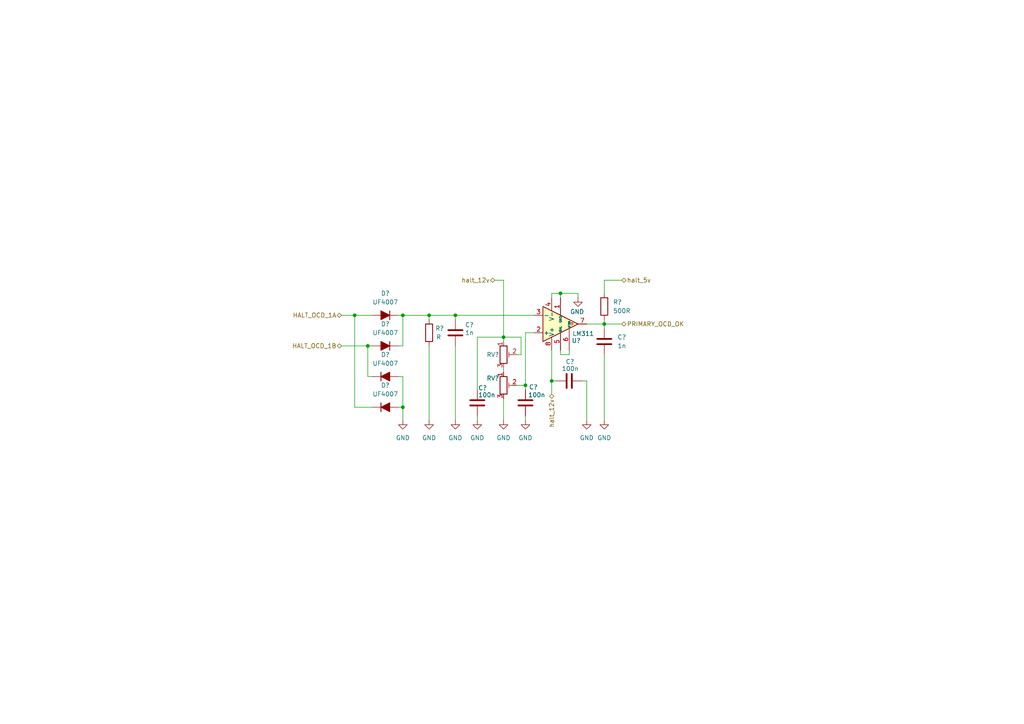
<source format=kicad_sch>
(kicad_sch (version 20250114) (generator "eeschema") (generator_version "9.0")
  (paper "A4")
  (title_block (rev "1.0") (company "Author: 9551 (devvie.cc)"))
  (lib_symbols
    (symbol "Comparator:LM311" (pin_names (offset 0.127))
      (property "Reference" "U" (at 3.81 6.35 0))
      (property "Value" "LM311" (at 3.81 3.81 0))
      (symbol "LM311_0_1"
        (polyline (pts (xy 3.683 -0.381) (xy 3.302 -0.381) (xy 3.683 0) (xy 3.302 0.381) (xy 2.921 0) (xy 3.302 -0.381) (xy 2.921 -0.381)) (stroke (width 0.127)))
        (polyline (pts (xy 5.08 0) (xy -5.08 5.08) (xy -5.08 -5.08) (xy 5.08 0)) (stroke (width 0.254)) (fill (type background)))
      )
      (symbol "LM311_1_1"
        (pin input line (at -7.62 2.54 0) (length 2.54) (name "+") (number "2"))
        (pin input line (at -7.62 -2.54 0) (length 2.54) (name "-") (number "3"))
        (pin power_in line (at -2.54 7.62 270) (length 3.81) (name "V+") (number "8"))
        (pin power_in line (at -2.54 -7.62 90) (length 3.81) (name "V-") (number "4"))
        (pin input line (at 0 7.62 270) (length 5.08) (name "BAL") (number "5"))
        (pin passive line (at 0 -7.62 90) (length 5.08) (name "GND") (number "1"))
        (pin input line (at 2.54 7.62 270) (length 6.35) (name "STRB") (number "6"))
        (pin open_collector line (at 7.62 0 180) (length 2.54) (name "~") (number "7"))
      )
    )
    (symbol "Device:C" (pin_numbers (hide yes)) (pin_names (offset 0.254))
      (property "Reference" "C" (at 0.635 2.54 0))
      (property "Value" "C" (at 0.635 -2.54 0))
      (symbol "C_0_1"
        (polyline (pts (xy -2.032 0.762) (xy 2.032 0.762)) (stroke (width 0.508)))
        (polyline (pts (xy -2.032 -0.762) (xy 2.032 -0.762)) (stroke (width 0.508)))
      )
      (symbol "C_1_1"
        (pin passive line (at 0 3.81 270) (length 2.794) (name "~") (number "1"))
        (pin passive line (at 0 -3.81 90) (length 2.794) (name "~") (number "2"))
      )
    )
    (symbol "Device:R" (pin_numbers (hide yes)) (pin_names (offset 0))
      (property "Reference" "R" (at 2.032 0 90))
      (property "Value" "R" (at 0 0 90))
      (symbol "R_0_1"
        (rectangle (start -1.016 -2.54) (end 1.016 2.54) (stroke (width 0.254)))
      )
      (symbol "R_1_1"
        (pin passive line (at 0 3.81 270) (length 1.27) (name "~") (number "1"))
        (pin passive line (at 0 -3.81 90) (length 1.27) (name "~") (number "2"))
      )
    )
    (symbol "Device:R_Potentiometer_Trim" (pin_names (offset 1.016) (hide yes))
      (property "Reference" "RV" (at -4.445 0 90))
      (property "Value" "R_Potentiometer_Trim" (at -2.54 0 90))
      (symbol "R_Potentiometer_Trim_0_1"
        (rectangle (start 1.016 2.54) (end -1.016 -2.54) (stroke (width 0.254)))
        (polyline (pts (xy 1.524 0.762) (xy 1.524 -0.762)))
        (polyline (pts (xy 2.54 0) (xy 1.524 0)))
      )
      (symbol "R_Potentiometer_Trim_1_1"
        (pin passive line (at 0 3.81 270) (length 1.27) (name "1") (number "1"))
        (pin passive line (at 0 -3.81 90) (length 1.27) (name "3") (number "3"))
        (pin passive line (at 3.81 0 180) (length 1.27) (name "2") (number "2"))
      )
    )
    (symbol "PCM_Diode_AKL:UF4007" (pin_numbers (hide yes)) (pin_names (offset 1.016) (hide yes))
      (property "Reference" "D" (at 0 5.08 0))
      (property "Value" "UF4007" (at 0 2.54 0))
      (symbol "UF4007_0_1"
        (polyline (pts (xy -1.27 1.27) (xy -1.27 -1.27) (xy 1.27 0) (xy -1.27 1.27)) (stroke (width 0.254)) (fill (type outline)))
        (polyline (pts (xy -1.27 0) (xy 1.27 0)))
        (polyline (pts (xy 1.27 1.27) (xy 1.27 -1.27)) (stroke (width 0.254)))
      )
      (symbol "UF4007_0_2"
        (polyline (pts (xy -2.54 -2.54) (xy 2.54 2.54)))
        (polyline (pts (xy -0.889 -0.889) (xy -1.778 0) (xy 0.889 0.889) (xy 0 -1.778) (xy -0.889 -0.889)) (stroke (width 0.254)) (fill (type outline)))
        (polyline (pts (xy 0 1.778) (xy 1.778 0)) (stroke (width 0.254)))
      )
      (symbol "UF4007_1_1"
        (pin passive line (at -3.81 0 0) (length 2.54) (name "A") (number "2"))
        (pin passive line (at 3.81 0 180) (length 2.54) (name "K") (number "1"))
      )
      (symbol "UF4007_1_2"
        (pin passive line (at -2.54 -2.54 0) (length 0) (name "A") (number "2"))
        (pin passive line (at 2.54 2.54 180) (length 0) (name "K") (number "1"))
      )
    )
    (symbol "power:GND" (power) (pin_numbers (hide yes)) (pin_names (offset 0) (hide yes))
      (property "Value" "GND" (at 0 -3.81 0))
      (symbol "GND_0_1"
        (polyline (pts (xy 0 0) (xy 0 -1.27) (xy 1.27 -1.27) (xy 0 -2.54) (xy -1.27 -1.27) (xy 0 -1.27)))
      )
      (symbol "GND_1_1"
        (pin power_in line (at 0 0 270) (length 0) (name "~") (number "1"))
      )
    )
  )
  (junction (at 106.68 100.33))
  (junction (at 102.87 91.44))
  (junction (at 160.02 110.49))
  (junction (at 152.4 111.76))
  (junction (at 162.56 85.09))
  (junction (at 132.08 91.44))
  (junction (at 175.26 93.98))
  (junction (at 116.84 91.44))
  (junction (at 146.05 97.79))
  (junction (at 124.46 91.44))
  (junction (at 116.84 118.11))
  (wire (pts (xy 152.4 120.65) (xy 152.4 121.92)))
  (wire (pts (xy 160.02 85.09) (xy 162.56 85.09)))
  (wire (pts (xy 132.08 100.33) (xy 132.08 121.92)))
  (wire (pts (xy 116.84 109.22) (xy 116.84 118.11)))
  (wire (pts (xy 180.34 81.28) (xy 175.26 81.28)))
  (wire (pts (xy 116.84 118.11) (xy 116.84 121.92)))
  (wire (pts (xy 162.56 102.87) (xy 165.1 102.87)))
  (wire (pts (xy 146.05 97.79) (xy 151.13 97.79)))
  (wire (pts (xy 115.57 118.11) (xy 116.84 118.11)))
  (wire (pts (xy 175.26 92.71) (xy 175.26 93.98)))
  (wire (pts (xy 124.46 100.33) (xy 124.46 121.92)))
  (wire (pts (xy 170.18 93.98) (xy 175.26 93.98)))
  (wire (pts (xy 167.64 86.36) (xy 167.64 85.09)))
  (wire (pts (xy 146.05 97.79) (xy 146.05 99.06)))
  (wire (pts (xy 160.02 101.6) (xy 160.02 110.49)))
  (wire (pts (xy 175.26 81.28) (xy 175.26 85.09)))
  (wire (pts (xy 132.08 91.44) (xy 154.94 91.44)))
  (wire (pts (xy 162.56 102.87) (xy 162.56 101.6)))
  (wire (pts (xy 170.18 110.49) (xy 168.91 110.49)))
  (wire (pts (xy 151.13 102.87) (xy 149.86 102.87)))
  (wire (pts (xy 132.08 91.44) (xy 132.08 92.71)))
  (wire (pts (xy 102.87 118.11) (xy 107.95 118.11)))
  (wire (pts (xy 138.43 120.65) (xy 138.43 121.92)))
  (wire (pts (xy 160.02 110.49) (xy 160.02 114.3)))
  (wire (pts (xy 170.18 121.92) (xy 170.18 110.49)))
  (wire (pts (xy 106.68 100.33) (xy 107.95 100.33)))
  (wire (pts (xy 175.26 102.87) (xy 175.26 121.92)))
  (wire (pts (xy 165.1 102.87) (xy 165.1 101.6)))
  (wire (pts (xy 124.46 91.44) (xy 132.08 91.44)))
  (wire (pts (xy 138.43 97.79) (xy 146.05 97.79)))
  (wire (pts (xy 116.84 91.44) (xy 115.57 91.44)))
  (wire (pts (xy 115.57 100.33) (xy 116.84 100.33)))
  (wire (pts (xy 115.57 109.22) (xy 116.84 109.22)))
  (wire (pts (xy 102.87 91.44) (xy 107.95 91.44)))
  (wire (pts (xy 152.4 96.52) (xy 154.94 96.52)))
  (wire (pts (xy 175.26 93.98) (xy 175.26 95.25)))
  (wire (pts (xy 162.56 85.09) (xy 167.64 85.09)))
  (wire (pts (xy 99.06 91.44) (xy 102.87 91.44)))
  (wire (pts (xy 149.86 111.76) (xy 152.4 111.76)))
  (wire (pts (xy 161.29 110.49) (xy 160.02 110.49)))
  (wire (pts (xy 160.02 86.36) (xy 160.02 85.09)))
  (wire (pts (xy 146.05 106.68) (xy 146.05 107.95)))
  (wire (pts (xy 106.68 100.33) (xy 106.68 109.22)))
  (wire (pts (xy 106.68 109.22) (xy 107.95 109.22)))
  (wire (pts (xy 143.51 81.28) (xy 146.05 81.28)))
  (wire (pts (xy 152.4 111.76) (xy 152.4 96.52)))
  (wire (pts (xy 151.13 97.79) (xy 151.13 102.87)))
  (wire (pts (xy 175.26 93.98) (xy 180.34 93.98)))
  (wire (pts (xy 116.84 100.33) (xy 116.84 91.44)))
  (wire (pts (xy 138.43 113.03) (xy 138.43 97.79)))
  (wire (pts (xy 162.56 85.09) (xy 162.56 86.36)))
  (wire (pts (xy 116.84 91.44) (xy 124.46 91.44)))
  (wire (pts (xy 152.4 111.76) (xy 152.4 113.03)))
  (wire (pts (xy 102.87 91.44) (xy 102.87 118.11)))
  (wire (pts (xy 146.05 115.57) (xy 146.05 121.92)))
  (wire (pts (xy 124.46 91.44) (xy 124.46 92.71)))
  (wire (pts (xy 99.06 100.33) (xy 106.68 100.33)))
  (wire (pts (xy 146.05 81.28) (xy 146.05 97.79)))
  (hierarchical_label "HALT_OCD_1B" (shape bidirectional) (at 99.06 100.33 180))
  (hierarchical_label "HALT_OCD_1A" (shape bidirectional) (at 99.06 91.44 180))
  (hierarchical_label "PRIMARY_OCD_OK" (shape bidirectional) (at 180.34 93.98 0))
  (hierarchical_label "halt_5v" (shape bidirectional) (at 180.34 81.28 0))
  (hierarchical_label "halt_12v" (shape bidirectional) (at 160.02 114.3 270))
  (hierarchical_label "halt_12v" (shape bidirectional) (at 143.51 81.28 180))
  (symbol (lib_id "Device:R_Potentiometer_Trim") (at 146.05 111.76 0) (unit 1)
    (property "Reference" "RV2" (at 144.78 109.728 0) (effects (justify right)))
    (property "Value" "R_Potentiometer_Trim" (effects (hide yes)))
    (property "Description" "Trim-potentiometer" (effects (hide yes)))
    (instances (project "base" (path "" (reference "RV?") (unit 1))) (project "hardware" (path "" (reference "RV2") (unit 1))))
  )
  (symbol (lib_id "Device:R") (at 175.26 88.9 0) (unit 1)
    (property "Reference" "R3" (at 177.8 87.6299 0) (effects (justify left)))
    (property "Value" "500R" (at 177.8 90.1699 0) (effects (justify left)))
    (property "Description" "Resistor" (effects (hide yes)))
    (instances (project "base" (path "" (reference "R?") (unit 1))) (project "hardware" (path "" (reference "R3") (unit 1))))
  )
  (symbol (lib_id "Device:C") (at 165.1 110.49 90) (unit 1)
    (property "Reference" "C11" (at 166.624 104.902 90) (effects (justify left)))
    (property "Value" "100n" (at 167.894 106.934 90) (effects (justify left)))
    (property "Description" "Unpolarized capacitor" (effects (hide yes)))
    (instances (project "base" (path "" (reference "C?") (unit 1))) (project "hardware" (path "" (reference "C11") (unit 1))))
  )
  (symbol (lib_id "power:GND") (at 138.43 121.92 0) (unit 1)
    (property "Reference" "#PWR011" (effects (hide yes)))
    (property "Value" "GND" (at 138.43 127 0))
    (property "Description" "Power symbol creates a global label with name \"GND\" , ground" (effects (hide yes)))
    (instances (project "base" (path "" (reference "#PWR?") (unit 1))) (project "hardware" (path "" (reference "#PWR011") (unit 1))))
  )
  (symbol (lib_id "power:GND") (at 116.84 121.92 0) (unit 1)
    (property "Reference" "#PWR08" (effects (hide yes)))
    (property "Value" "GND" (at 116.84 127 0))
    (property "Description" "Power symbol creates a global label with name \"GND\" , ground" (effects (hide yes)))
    (instances (project "base" (path "" (reference "#PWR?") (unit 1))) (project "hardware" (path "" (reference "#PWR08") (unit 1))))
  )
  (symbol (lib_id "Device:R_Potentiometer_Trim") (at 146.05 102.87 0) (unit 1)
    (property "Reference" "RV1" (at 144.78 102.87 0) (effects (justify right)))
    (property "Value" "R_Potentiometer_Trim" (effects (hide yes)))
    (property "Description" "Trim-potentiometer" (effects (hide yes)))
    (instances (project "base" (path "" (reference "RV?") (unit 1))) (project "hardware" (path "" (reference "RV1") (unit 1))))
  )
  (symbol (lib_id "power:GND") (at 146.05 121.92 0) (unit 1)
    (property "Reference" "#PWR012" (effects (hide yes)))
    (property "Value" "GND" (at 146.05 127 0))
    (property "Description" "Power symbol creates a global label with name \"GND\" , ground" (effects (hide yes)))
    (instances (project "base" (path "" (reference "#PWR?") (unit 1))) (project "hardware" (path "" (reference "#PWR012") (unit 1))))
  )
  (symbol (lib_id "Device:C") (at 152.4 116.84 0) (unit 1)
    (property "Reference" "C10" (at 153.416 112.268 0) (effects (justify left)))
    (property "Value" "100n" (at 153.162 114.554 0) (effects (justify left)))
    (property "Description" "Unpolarized capacitor" (effects (hide yes)))
    (instances (project "base" (path "" (reference "C?") (unit 1))) (project "hardware" (path "" (reference "C10") (unit 1))))
  )
  (symbol (lib_id "PCM_Diode_AKL:UF4007") (at 111.76 109.22 180) (unit 1)
    (property "Reference" "D4" (at 111.76 102.87 0))
    (property "Value" "UF4007" (at 111.76 105.41 0))
    (property "Footprint" "PCM_Diode_THT_AKL:D_DO-41_SOD81_P10.16mm_Horizontal" (effects (hide yes)))
    (property "Datasheet" "https://www.tme.eu/Document/21b076f52097b84d01d00a07072ed50d/uf4001.pdf" (effects (hide yes)))
    (property "Description" "DO-41 Diode, Ultrafast Rectifier, 1000V, 1A, 75ns, Alternate KiCad Library" (effects (hide yes)))
    (instances (project "base" (path "" (reference "D?") (unit 1))) (project "hardware" (path "" (reference "D4") (unit 1))))
  )
  (symbol (lib_id "Device:C") (at 132.08 96.52 0) (unit 1)
    (property "Reference" "C8" (at 134.874 94.234 0) (effects (justify left)))
    (property "Value" "1n" (at 134.874 96.52 0) (effects (justify left)))
    (property "Description" "Unpolarized capacitor" (effects (hide yes)))
    (instances (project "base" (path "" (reference "C?") (unit 1))) (project "hardware" (path "" (reference "C8") (unit 1))))
  )
  (symbol (lib_id "Device:C") (at 175.26 99.06 0) (unit 1)
    (property "Reference" "C12" (at 179.07 97.7899 0) (effects (justify left)))
    (property "Value" "1n" (at 179.07 100.3299 0) (effects (justify left)))
    (property "Description" "Unpolarized capacitor" (effects (hide yes)))
    (instances (project "base" (path "" (reference "C?") (unit 1))) (project "hardware" (path "" (reference "C12") (unit 1))))
  )
  (symbol (lib_id "PCM_Diode_AKL:UF4007") (at 111.76 91.44 0) (unit 1)
    (property "Reference" "D2" (at 111.76 85.09 0))
    (property "Value" "UF4007" (at 111.76 87.63 0))
    (property "Footprint" "PCM_Diode_THT_AKL:D_DO-41_SOD81_P10.16mm_Horizontal" (effects (hide yes)))
    (property "Datasheet" "https://www.tme.eu/Document/21b076f52097b84d01d00a07072ed50d/uf4001.pdf" (effects (hide yes)))
    (property "Description" "DO-41 Diode, Ultrafast Rectifier, 1000V, 1A, 75ns, Alternate KiCad Library" (effects (hide yes)))
    (instances (project "base" (path "" (reference "D?") (unit 1))) (project "hardware" (path "" (reference "D2") (unit 1))))
  )
  (symbol (lib_id "Device:C") (at 138.43 116.84 0) (unit 1)
    (property "Reference" "C9" (at 138.684 112.522 0) (effects (justify left)))
    (property "Value" "100n" (at 138.684 114.554 0) (effects (justify left)))
    (property "Description" "Unpolarized capacitor" (effects (hide yes)))
    (instances (project "base" (path "" (reference "C?") (unit 1))) (project "hardware" (path "" (reference "C9") (unit 1))))
  )
  (symbol (lib_id "Device:R") (at 124.46 96.52 0) (unit 1)
    (property "Reference" "R2" (at 126.238 95.25 0) (effects (justify left)))
    (property "Value" "R" (at 126.492 97.79 0) (effects (justify left)))
    (property "Description" "Resistor" (effects (hide yes)))
    (instances (project "base" (path "" (reference "R?") (unit 1))) (project "hardware" (path "" (reference "R2") (unit 1))))
  )
  (symbol (lib_id "PCM_Diode_AKL:UF4007") (at 111.76 118.11 180) (unit 1)
    (property "Reference" "D5" (at 111.76 111.76 0))
    (property "Value" "UF4007" (at 111.76 114.3 0))
    (property "Footprint" "PCM_Diode_THT_AKL:D_DO-41_SOD81_P10.16mm_Horizontal" (effects (hide yes)))
    (property "Datasheet" "https://www.tme.eu/Document/21b076f52097b84d01d00a07072ed50d/uf4001.pdf" (effects (hide yes)))
    (property "Description" "DO-41 Diode, Ultrafast Rectifier, 1000V, 1A, 75ns, Alternate KiCad Library" (effects (hide yes)))
    (instances (project "base" (path "" (reference "D?") (unit 1))) (project "hardware" (path "" (reference "D5") (unit 1))))
  )
  (symbol (lib_id "power:GND") (at 167.64 86.36 0) (unit 1)
    (property "Reference" "#PWR014" (effects (hide yes)))
    (property "Value" "GND" (at 167.386 90.424 0))
    (property "Description" "Power symbol creates a global label with name \"GND\" , ground" (effects (hide yes)))
    (instances (project "base" (path "" (reference "#PWR?") (unit 1))) (project "hardware" (path "" (reference "#PWR014") (unit 1))))
  )
  (symbol (lib_id "Comparator:LM311") (at 162.56 93.98 0) (mirror x) (unit 1)
    (property "Reference" "U6" (at 167.132 98.806 0))
    (property "Value" "LM311" (at 169.164 96.774 0))
    (property "Datasheet" "https://www.st.com/resource/en/datasheet/lm311.pdf" (effects (hide yes)))
    (property "Description" "Voltage Comparator, DIP-8/SOIC-8" (effects (hide yes)))
    (instances (project "base" (path "" (reference "U?") (unit 1))) (project "hardware" (path "" (reference "U6") (unit 1))))
  )
  (symbol (lib_id "power:GND") (at 124.46 121.92 0) (unit 1)
    (property "Reference" "#PWR09" (effects (hide yes)))
    (property "Value" "GND" (at 124.46 127 0))
    (property "Description" "Power symbol creates a global label with name \"GND\" , ground" (effects (hide yes)))
    (instances (project "base" (path "" (reference "#PWR?") (unit 1))) (project "hardware" (path "" (reference "#PWR09") (unit 1))))
  )
  (symbol (lib_id "power:GND") (at 152.4 121.92 0) (unit 1)
    (property "Reference" "#PWR013" (effects (hide yes)))
    (property "Value" "GND" (at 152.4 127 0))
    (property "Description" "Power symbol creates a global label with name \"GND\" , ground" (effects (hide yes)))
    (instances (project "base" (path "" (reference "#PWR?") (unit 1))) (project "hardware" (path "" (reference "#PWR013") (unit 1))))
  )
  (symbol (lib_id "PCM_Diode_AKL:UF4007") (at 111.76 100.33 0) (unit 1)
    (property "Reference" "D3" (at 111.76 93.98 0))
    (property "Value" "UF4007" (at 111.76 96.52 0))
    (property "Footprint" "PCM_Diode_THT_AKL:D_DO-41_SOD81_P10.16mm_Horizontal" (effects (hide yes)))
    (property "Datasheet" "https://www.tme.eu/Document/21b076f52097b84d01d00a07072ed50d/uf4001.pdf" (effects (hide yes)))
    (property "Description" "DO-41 Diode, Ultrafast Rectifier, 1000V, 1A, 75ns, Alternate KiCad Library" (effects (hide yes)))
    (instances (project "base" (path "" (reference "D?") (unit 1))) (project "hardware" (path "" (reference "D3") (unit 1))))
  )
  (symbol (lib_id "power:GND") (at 170.18 121.92 0) (unit 1)
    (property "Reference" "#PWR015" (effects (hide yes)))
    (property "Value" "GND" (at 170.18 127 0))
    (property "Description" "Power symbol creates a global label with name \"GND\" , ground" (effects (hide yes)))
  )
  (symbol (lib_id "power:GND") (at 175.26 121.92 0) (unit 1)
    (property "Reference" "#PWR016" (effects (hide yes)))
    (property "Value" "GND" (at 175.26 127 0))
    (property "Description" "Power symbol creates a global label with name \"GND\" , ground" (effects (hide yes)))
    (instances (project "base" (path "" (reference "#PWR?") (unit 1))) (project "hardware" (path "" (reference "#PWR016") (unit 1))))
  )
  (symbol (lib_id "power:GND") (at 132.08 121.92 0) (unit 1)
    (property "Reference" "#PWR010" (effects (hide yes)))
    (property "Value" "GND" (at 132.08 127 0))
    (property "Description" "Power symbol creates a global label with name \"GND\" , ground" (effects (hide yes)))
    (instances (project "base" (path "" (reference "#PWR?") (unit 1))) (project "hardware" (path "" (reference "#PWR010") (unit 1))))
  )
)
</source>
